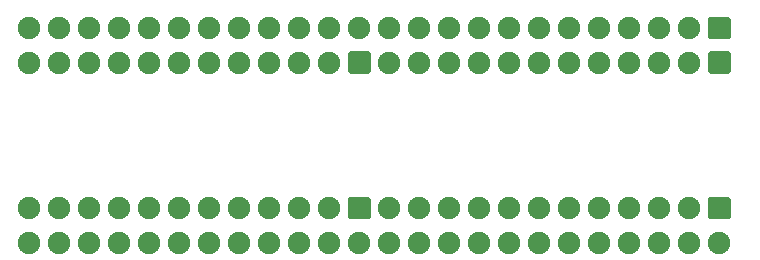
<source format=gbr>
G04 #@! TF.GenerationSoftware,KiCad,Pcbnew,(5.1.9)-1*
G04 #@! TF.CreationDate,2021-11-07T21:08:52+00:00*
G04 #@! TF.ProjectId,RGBtoHDMI Amiga Denise DIP Breakout FFC - CDTV,52474274-6f48-4444-9d49-20416d696761,CDTV*
G04 #@! TF.SameCoordinates,Original*
G04 #@! TF.FileFunction,Soldermask,Bot*
G04 #@! TF.FilePolarity,Negative*
%FSLAX46Y46*%
G04 Gerber Fmt 4.6, Leading zero omitted, Abs format (unit mm)*
G04 Created by KiCad (PCBNEW (5.1.9)-1) date 2021-11-07 21:08:52*
%MOMM*%
%LPD*%
G01*
G04 APERTURE LIST*
%ADD10O,1.900000X1.900000*%
G04 APERTURE END LIST*
D10*
X103505000Y-85725000D03*
X106045000Y-85725000D03*
X108585000Y-85725000D03*
X111125000Y-85725000D03*
X113665000Y-85725000D03*
X116205000Y-85725000D03*
X118745000Y-85725000D03*
X121285000Y-85725000D03*
X123825000Y-85725000D03*
X126365000Y-85725000D03*
X128905000Y-85725000D03*
G36*
G01*
X132245000Y-86675000D02*
X130645000Y-86675000D01*
G75*
G02*
X130495000Y-86525000I0J150000D01*
G01*
X130495000Y-84925000D01*
G75*
G02*
X130645000Y-84775000I150000J0D01*
G01*
X132245000Y-84775000D01*
G75*
G02*
X132395000Y-84925000I0J-150000D01*
G01*
X132395000Y-86525000D01*
G75*
G02*
X132245000Y-86675000I-150000J0D01*
G01*
G37*
X133985000Y-85725000D03*
X136525000Y-85725000D03*
X139065000Y-85725000D03*
X141605000Y-85725000D03*
X144145000Y-85725000D03*
X146685000Y-85725000D03*
X149225000Y-85725000D03*
X151765000Y-85725000D03*
X154305000Y-85725000D03*
X156845000Y-85725000D03*
X159385000Y-85725000D03*
G36*
G01*
X162725000Y-86675000D02*
X161125000Y-86675000D01*
G75*
G02*
X160975000Y-86525000I0J150000D01*
G01*
X160975000Y-84925000D01*
G75*
G02*
X161125000Y-84775000I150000J0D01*
G01*
X162725000Y-84775000D01*
G75*
G02*
X162875000Y-84925000I0J-150000D01*
G01*
X162875000Y-86525000D01*
G75*
G02*
X162725000Y-86675000I-150000J0D01*
G01*
G37*
X103505000Y-70485000D03*
X106045000Y-70485000D03*
X108585000Y-70485000D03*
X111125000Y-70485000D03*
X113665000Y-70485000D03*
X116205000Y-70485000D03*
X118745000Y-70485000D03*
X121285000Y-70485000D03*
X123825000Y-70485000D03*
X126365000Y-70485000D03*
X128905000Y-70485000D03*
X131445000Y-70485000D03*
X133985000Y-70485000D03*
X136525000Y-70485000D03*
X139065000Y-70485000D03*
X141605000Y-70485000D03*
X144145000Y-70485000D03*
X146685000Y-70485000D03*
X149225000Y-70485000D03*
X151765000Y-70485000D03*
X154305000Y-70485000D03*
X156845000Y-70485000D03*
X159385000Y-70485000D03*
G36*
G01*
X162725000Y-71435000D02*
X161125000Y-71435000D01*
G75*
G02*
X160975000Y-71285000I0J150000D01*
G01*
X160975000Y-69685000D01*
G75*
G02*
X161125000Y-69535000I150000J0D01*
G01*
X162725000Y-69535000D01*
G75*
G02*
X162875000Y-69685000I0J-150000D01*
G01*
X162875000Y-71285000D01*
G75*
G02*
X162725000Y-71435000I-150000J0D01*
G01*
G37*
X161925000Y-88646000D03*
X133985000Y-73406000D03*
X159385000Y-88646000D03*
X136525000Y-73406000D03*
X156845000Y-88646000D03*
X139065000Y-73406000D03*
X154305000Y-88646000D03*
X141605000Y-73406000D03*
X151765000Y-88646000D03*
X144145000Y-73406000D03*
X149225000Y-88646000D03*
X146685000Y-73406000D03*
X146685000Y-88646000D03*
X149225000Y-73406000D03*
X144145000Y-88646000D03*
X151765000Y-73406000D03*
X141605000Y-88646000D03*
X154305000Y-73406000D03*
X139065000Y-88646000D03*
X156845000Y-73406000D03*
X136525000Y-88646000D03*
X159385000Y-73406000D03*
X133985000Y-88646000D03*
G36*
G01*
X161125000Y-72456000D02*
X162725000Y-72456000D01*
G75*
G02*
X162875000Y-72606000I0J-150000D01*
G01*
X162875000Y-74206000D01*
G75*
G02*
X162725000Y-74356000I-150000J0D01*
G01*
X161125000Y-74356000D01*
G75*
G02*
X160975000Y-74206000I0J150000D01*
G01*
X160975000Y-72606000D01*
G75*
G02*
X161125000Y-72456000I150000J0D01*
G01*
G37*
G36*
G01*
X130645000Y-72456000D02*
X132245000Y-72456000D01*
G75*
G02*
X132395000Y-72606000I0J-150000D01*
G01*
X132395000Y-74206000D01*
G75*
G02*
X132245000Y-74356000I-150000J0D01*
G01*
X130645000Y-74356000D01*
G75*
G02*
X130495000Y-74206000I0J150000D01*
G01*
X130495000Y-72606000D01*
G75*
G02*
X130645000Y-72456000I150000J0D01*
G01*
G37*
X103505000Y-88646000D03*
X128905000Y-73406000D03*
X106045000Y-88646000D03*
X126365000Y-73406000D03*
X108585000Y-88646000D03*
X123825000Y-73406000D03*
X111125000Y-88646000D03*
X121285000Y-73406000D03*
X113665000Y-88646000D03*
X118745000Y-73406000D03*
X116205000Y-88646000D03*
X116205000Y-73406000D03*
X118745000Y-88646000D03*
X113665000Y-73406000D03*
X121285000Y-88646000D03*
X111125000Y-73406000D03*
X123825000Y-88646000D03*
X108585000Y-73406000D03*
X126365000Y-88646000D03*
X106045000Y-73406000D03*
X128905000Y-88646000D03*
X103505000Y-73406000D03*
X131445000Y-88646000D03*
M02*

</source>
